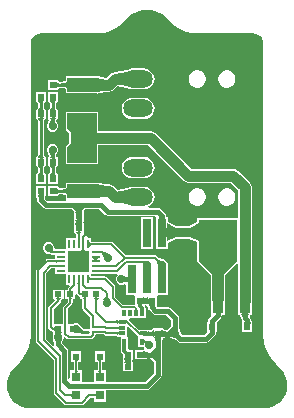
<source format=gbr>
%TF.GenerationSoftware,Altium Limited,Altium Designer,22.4.2 (48)*%
G04 Layer_Physical_Order=1*
G04 Layer_Color=6711008*
%FSLAX45Y45*%
%MOMM*%
%TF.SameCoordinates,536C032F-4EC3-470D-9469-351792C50264*%
%TF.FilePolarity,Positive*%
%TF.FileFunction,Copper,L1,Top,Signal*%
%TF.Part,Single*%
G01*
G75*
%TA.AperFunction,SMDPad,CuDef*%
%ADD10R,0.60000X0.60000*%
%ADD11R,3.25000X2.15000*%
%ADD12R,0.95000X2.15000*%
%ADD13R,0.60000X0.60000*%
%ADD14R,0.60000X0.55000*%
%ADD15C,0.23000*%
%ADD16R,0.35560X0.58420*%
%ADD17R,0.58420X0.35560*%
%ADD18R,0.76000X2.40000*%
%ADD19R,2.50000X1.20000*%
%ADD20R,0.80000X0.20000*%
%ADD21R,1.70000X1.70000*%
%ADD22R,0.20000X0.80000*%
%ADD23R,0.80000X0.80000*%
%ADD24R,0.55000X0.60000*%
%TA.AperFunction,Conductor*%
%ADD25C,0.12700*%
%ADD26C,0.20320*%
%ADD27C,0.25400*%
%ADD28C,0.88900*%
%ADD29C,0.38100*%
%ADD30C,0.76200*%
%ADD31C,0.30480*%
%TA.AperFunction,ComponentPad*%
G04:AMPARAMS|DCode=32|XSize=2.5mm|YSize=1.5mm|CornerRadius=0.75mm|HoleSize=0mm|Usage=FLASHONLY|Rotation=0.000|XOffset=0mm|YOffset=0mm|HoleType=Round|Shape=RoundedRectangle|*
%AMROUNDEDRECTD32*
21,1,2.50000,0.00000,0,0,0.0*
21,1,1.00000,1.50000,0,0,0.0*
1,1,1.50000,0.50000,0.00000*
1,1,1.50000,-0.50000,0.00000*
1,1,1.50000,-0.50000,0.00000*
1,1,1.50000,0.50000,0.00000*
%
%ADD32ROUNDEDRECTD32*%
G04:AMPARAMS|DCode=33|XSize=2.5mm|YSize=1.5mm|CornerRadius=0.75mm|HoleSize=0mm|Usage=FLASHONLY|Rotation=270.000|XOffset=0mm|YOffset=0mm|HoleType=Round|Shape=RoundedRectangle|*
%AMROUNDEDRECTD33*
21,1,2.50000,0.00000,0,0,270.0*
21,1,1.00000,1.50000,0,0,270.0*
1,1,1.50000,0.00000,-0.50000*
1,1,1.50000,0.00000,0.50000*
1,1,1.50000,0.00000,0.50000*
1,1,1.50000,0.00000,-0.50000*
%
%ADD33ROUNDEDRECTD33*%
%TA.AperFunction,ViaPad*%
%ADD34C,3.70000*%
%ADD35C,0.70000*%
G36*
X0Y185713D02*
X1786Y186452D01*
X44490Y182246D01*
X87271Y169269D01*
X126697Y148195D01*
X159868Y120973D01*
X160608Y119187D01*
X200095Y79700D01*
X200389Y79578D01*
X238442Y47077D01*
X281363Y20776D01*
X327869Y1512D01*
X376817Y-10239D01*
X426706Y-14166D01*
X427000Y-14288D01*
X900000D01*
X901018Y-13866D01*
X922328Y-16671D01*
X943134Y-25290D01*
X961001Y-38999D01*
X974710Y-56866D01*
X983328Y-77672D01*
X984617Y-87457D01*
X985712Y-100000D01*
X985712Y-100000D01*
X985713Y-112680D01*
Y-2448736D01*
Y-2573000D01*
X985834Y-2573295D01*
X989761Y-2623183D01*
X1001512Y-2672131D01*
X1020776Y-2718637D01*
X1047077Y-2761558D01*
X1079578Y-2799611D01*
X1079700Y-2799905D01*
X1089897Y-2810102D01*
X1089897Y-2810103D01*
X1119186Y-2839392D01*
X1120973Y-2840132D01*
X1148195Y-2873302D01*
X1169269Y-2912729D01*
X1182246Y-2955510D01*
X1186452Y-2998214D01*
X1185712Y-3000000D01*
X1186290Y-3001395D01*
X1182845Y-3036370D01*
X1172237Y-3071343D01*
X1155009Y-3103574D01*
X1131824Y-3131824D01*
X1103574Y-3155009D01*
X1071343Y-3172237D01*
X1036370Y-3182846D01*
X1001395Y-3186290D01*
X1000000Y-3185712D01*
X-1000000D01*
X-1001396Y-3186290D01*
X-1036371Y-3182846D01*
X-1071343Y-3172237D01*
X-1103574Y-3155009D01*
X-1131825Y-3131824D01*
X-1155009Y-3103574D01*
X-1172237Y-3071343D01*
X-1182846Y-3036370D01*
X-1185196Y-3012510D01*
X-1185712Y-3000000D01*
X-1185712D01*
X-1185390Y-2987433D01*
X-1182246Y-2955509D01*
X-1169269Y-2912729D01*
X-1148195Y-2873302D01*
X-1120973Y-2840132D01*
X-1119186Y-2839392D01*
X-1089897Y-2810103D01*
X-1079700Y-2799905D01*
X-1079700Y-2799905D01*
X-1079700Y-2799905D01*
X-1079578Y-2799611D01*
X-1047077Y-2761558D01*
X-1020776Y-2718637D01*
X-1001512Y-2672131D01*
X-989761Y-2623183D01*
X-985834Y-2573294D01*
X-985713Y-2573000D01*
Y-2448736D01*
Y-100000D01*
X-986134Y-98982D01*
X-983329Y-77672D01*
X-974711Y-56866D01*
X-961001Y-38999D01*
X-943134Y-25290D01*
X-922328Y-16671D01*
X-901018Y-13866D01*
X-900000Y-14288D01*
X-427000D01*
X-426706Y-14166D01*
X-376817Y-10239D01*
X-327870Y1512D01*
X-281363Y20776D01*
X-238442Y47077D01*
X-200389Y79578D01*
X-200095Y79700D01*
X-160608Y119186D01*
X-159868Y120973D01*
X-126698Y148195D01*
X-87271Y169269D01*
X-44490Y182246D01*
X-1786Y186452D01*
X0Y185713D01*
D02*
G37*
%LPC*%
G36*
X-25000Y-311543D02*
X-125000D01*
X-147895Y-314557D01*
X-169229Y-323394D01*
X-170368Y-324269D01*
X-274754Y-341730D01*
X-275040D01*
X-297338Y-346166D01*
X-316242Y-358797D01*
X-347198Y-389752D01*
X-412299Y-378588D01*
Y-377300D01*
X-422981Y-376756D01*
X-424174Y-377027D01*
X-425304Y-376559D01*
X-427095Y-377300D01*
X-687700D01*
Y-415736D01*
X-698929Y-421351D01*
X-727046Y-423600D01*
X-728034Y-424105D01*
X-740574D01*
X-757291Y-415846D01*
Y-407303D01*
X-842690D01*
Y-492703D01*
X-757291D01*
Y-484160D01*
X-740574Y-475900D01*
X-728034D01*
X-727046Y-476405D01*
X-698929Y-478655D01*
X-687700Y-484269D01*
Y-522700D01*
X-427095D01*
X-425304Y-523442D01*
X-424174Y-522974D01*
X-422981Y-523245D01*
X-412299Y-522701D01*
Y-521412D01*
X-335662Y-508270D01*
X-325040D01*
X-302741Y-503834D01*
X-283837Y-491203D01*
X-254321Y-461687D01*
X-170368Y-475731D01*
X-169229Y-476606D01*
X-147895Y-485443D01*
X-125000Y-488456D01*
X-25000D01*
X-2106Y-485443D01*
X19228Y-476606D01*
X37548Y-462548D01*
X51606Y-444228D01*
X60443Y-422894D01*
X63457Y-400000D01*
X60443Y-377106D01*
X51606Y-355772D01*
X37548Y-337452D01*
X19228Y-323394D01*
X-2106Y-314557D01*
X-25000Y-311543D01*
D02*
G37*
G36*
X684571Y-327300D02*
X665429D01*
X646939Y-332254D01*
X630361Y-341826D01*
X616826Y-355361D01*
X607254Y-371939D01*
X602300Y-390429D01*
Y-409571D01*
X607254Y-428061D01*
X616826Y-444639D01*
X630361Y-458174D01*
X646939Y-467746D01*
X665429Y-472700D01*
X684571D01*
X703061Y-467746D01*
X719639Y-458174D01*
X733174Y-444639D01*
X742746Y-428061D01*
X747700Y-409571D01*
Y-390429D01*
X742746Y-371939D01*
X733174Y-355361D01*
X719639Y-341826D01*
X703061Y-332254D01*
X684571Y-327300D01*
D02*
G37*
G36*
X434571D02*
X415429D01*
X396939Y-332254D01*
X380361Y-341826D01*
X366826Y-355361D01*
X357254Y-371939D01*
X352300Y-390429D01*
Y-409571D01*
X357254Y-428061D01*
X366826Y-444639D01*
X380361Y-458174D01*
X396939Y-467746D01*
X415429Y-472700D01*
X434571D01*
X453061Y-467746D01*
X469639Y-458174D01*
X483174Y-444639D01*
X492746Y-428061D01*
X497700Y-409571D01*
Y-390429D01*
X492746Y-371939D01*
X483174Y-355361D01*
X469639Y-341826D01*
X453061Y-332254D01*
X434571Y-327300D01*
D02*
G37*
G36*
X-25000Y-561543D02*
X-125000D01*
X-147895Y-564557D01*
X-169229Y-573394D01*
X-187549Y-587452D01*
X-201606Y-605772D01*
X-210443Y-627106D01*
X-213457Y-650000D01*
X-210443Y-672894D01*
X-201606Y-694228D01*
X-187549Y-712548D01*
X-169229Y-726606D01*
X-147895Y-735443D01*
X-125000Y-738456D01*
X-25000D01*
X-2106Y-735443D01*
X19228Y-726606D01*
X37548Y-712548D01*
X51606Y-694228D01*
X60443Y-672894D01*
X63457Y-650000D01*
X60443Y-627106D01*
X51606Y-605772D01*
X37548Y-587452D01*
X19228Y-573394D01*
X-2106Y-564557D01*
X-25000Y-561543D01*
D02*
G37*
G36*
X-757291Y-507310D02*
X-842690D01*
Y-592710D01*
X-834157D01*
X-825898Y-609426D01*
Y-643084D01*
X-834157Y-659800D01*
X-842700D01*
Y-740200D01*
X-836417D01*
X-830162Y-751245D01*
X-840282Y-772824D01*
X-840438Y-772980D01*
X-847700Y-790512D01*
Y-809488D01*
X-840438Y-827020D01*
X-827020Y-840438D01*
X-809488Y-847700D01*
X-790512D01*
X-772980Y-840438D01*
X-759562Y-827020D01*
X-752300Y-809488D01*
Y-790512D01*
X-759562Y-772980D01*
X-759718Y-772824D01*
X-769838Y-751245D01*
X-763583Y-740200D01*
X-757300D01*
Y-659800D01*
X-765843D01*
X-774102Y-643084D01*
Y-609426D01*
X-765843Y-592710D01*
X-757291D01*
Y-507310D01*
D02*
G37*
G36*
X-25000Y-1061543D02*
X-125000D01*
X-147895Y-1064557D01*
X-169229Y-1073394D01*
X-187549Y-1087452D01*
X-201606Y-1105772D01*
X-210443Y-1127106D01*
X-213457Y-1150000D01*
X-210443Y-1172894D01*
X-201606Y-1194228D01*
X-187549Y-1212548D01*
X-169229Y-1226606D01*
X-147895Y-1235443D01*
X-125000Y-1238457D01*
X-25000D01*
X-2106Y-1235443D01*
X19228Y-1226606D01*
X37548Y-1212548D01*
X51606Y-1194228D01*
X60443Y-1172894D01*
X63457Y-1150000D01*
X60443Y-1127106D01*
X51606Y-1105772D01*
X37548Y-1087452D01*
X19228Y-1073394D01*
X-2106Y-1064557D01*
X-25000Y-1061543D01*
D02*
G37*
G36*
X-790512Y-952300D02*
X-809488D01*
X-827020Y-959562D01*
X-840438Y-972980D01*
X-847700Y-990512D01*
Y-1009488D01*
X-840438Y-1027020D01*
X-840282Y-1027176D01*
X-830162Y-1048755D01*
X-836416Y-1059800D01*
X-842700D01*
Y-1140200D01*
X-834157D01*
X-825898Y-1156917D01*
Y-1190574D01*
X-834157Y-1207290D01*
X-842709D01*
Y-1292690D01*
X-757309D01*
Y-1207290D01*
X-765843D01*
X-774103Y-1190574D01*
Y-1156917D01*
X-765843Y-1140200D01*
X-757300D01*
Y-1059800D01*
X-763583D01*
X-769838Y-1048755D01*
X-759718Y-1027176D01*
X-759562Y-1027020D01*
X-752300Y-1009488D01*
Y-990512D01*
X-759562Y-972980D01*
X-772980Y-959562D01*
X-790512Y-952300D01*
D02*
G37*
G36*
X-900000Y-506535D02*
X-903844Y-507300D01*
X-940200D01*
Y-592700D01*
X-934267D01*
X-925898Y-609438D01*
Y-643084D01*
X-934157Y-659800D01*
X-942700D01*
Y-740200D01*
X-934157D01*
X-925897Y-756917D01*
Y-1043084D01*
X-934157Y-1059800D01*
X-942700D01*
Y-1140200D01*
X-934157D01*
X-925898Y-1156917D01*
Y-1190583D01*
X-934157Y-1207300D01*
X-940200D01*
Y-1292700D01*
X-859800D01*
Y-1207300D01*
X-865843D01*
X-874102Y-1190583D01*
Y-1156917D01*
X-865843Y-1140200D01*
X-857300D01*
Y-1059800D01*
X-865843D01*
X-874102Y-1043084D01*
Y-756917D01*
X-865843Y-740200D01*
X-857300D01*
Y-659800D01*
X-865843D01*
X-874102Y-643084D01*
Y-609438D01*
X-865733Y-592700D01*
X-859800D01*
Y-507300D01*
X-896156D01*
X-900000Y-506535D01*
D02*
G37*
G36*
X684571Y-1327300D02*
X665429D01*
X646939Y-1332254D01*
X630361Y-1341826D01*
X616826Y-1355361D01*
X607254Y-1371939D01*
X602300Y-1390429D01*
Y-1409571D01*
X607254Y-1428061D01*
X616826Y-1444639D01*
X630361Y-1458174D01*
X646939Y-1467746D01*
X665429Y-1472700D01*
X684571D01*
X703061Y-1467746D01*
X719639Y-1458174D01*
X733174Y-1444639D01*
X742746Y-1428061D01*
X747700Y-1409571D01*
Y-1390429D01*
X742746Y-1371939D01*
X733174Y-1355361D01*
X719639Y-1341826D01*
X703061Y-1332254D01*
X684571Y-1327300D01*
D02*
G37*
G36*
X434571D02*
X415429D01*
X396939Y-1332254D01*
X380361Y-1341826D01*
X366826Y-1355361D01*
X357254Y-1371939D01*
X352300Y-1390429D01*
Y-1409571D01*
X357254Y-1428061D01*
X366826Y-1444639D01*
X380361Y-1458174D01*
X396939Y-1467746D01*
X415429Y-1472700D01*
X434571D01*
X453061Y-1467746D01*
X469639Y-1458174D01*
X483174Y-1444639D01*
X492746Y-1428061D01*
X497700Y-1409571D01*
Y-1390429D01*
X492746Y-1371939D01*
X483174Y-1355361D01*
X469639Y-1341826D01*
X453061Y-1332254D01*
X434571Y-1327300D01*
D02*
G37*
G36*
X-425000Y-676253D02*
X-675000D01*
X-677527Y-677300D01*
X-687700D01*
Y-687473D01*
X-688747Y-690000D01*
Y-825000D01*
X-684721Y-834720D01*
X-684720Y-834720D01*
X-660599Y-858842D01*
Y-941158D01*
X-684720Y-965279D01*
X-688746Y-975000D01*
X-688746Y-975000D01*
Y-1110000D01*
X-687700Y-1112527D01*
Y-1122700D01*
X-677527D01*
X-675000Y-1123747D01*
X-425000D01*
X-422473Y-1122700D01*
X-412300D01*
Y-1112527D01*
X-411253Y-1110000D01*
X-411253Y-958270D01*
X6546D01*
X308589Y-1260313D01*
X327493Y-1272944D01*
X349792Y-1277380D01*
X707000D01*
X771730Y-1342110D01*
Y-1579800D01*
X424800D01*
Y-1615071D01*
X358268Y-1648205D01*
X244243D01*
X177700Y-1614933D01*
Y-1572300D01*
X163441D01*
X159374Y-1556283D01*
X158454Y-1555051D01*
X156908Y-1547278D01*
X149890Y-1536776D01*
X115221Y-1502106D01*
X104719Y-1495089D01*
X92331Y-1492625D01*
X13741D01*
X11215Y-1479925D01*
X19228Y-1476606D01*
X37548Y-1462548D01*
X51606Y-1444228D01*
X60443Y-1422894D01*
X63457Y-1400000D01*
X60443Y-1377106D01*
X51606Y-1355772D01*
X37548Y-1337452D01*
X19228Y-1323394D01*
X-2106Y-1314557D01*
X-25000Y-1311543D01*
X-125000D01*
X-147895Y-1314557D01*
X-169229Y-1323394D01*
X-170368Y-1324269D01*
X-254321Y-1338313D01*
X-283837Y-1308797D01*
X-302741Y-1296166D01*
X-325040Y-1291730D01*
X-335662D01*
X-412300Y-1278588D01*
Y-1277299D01*
X-422982Y-1276755D01*
X-424175Y-1277026D01*
X-425305Y-1276558D01*
X-427096Y-1277300D01*
X-687700D01*
Y-1315840D01*
X-698825Y-1321337D01*
X-727046Y-1323595D01*
X-728034Y-1324100D01*
X-740593D01*
X-757309Y-1315840D01*
Y-1307297D01*
X-842709D01*
Y-1392697D01*
X-757309D01*
Y-1384154D01*
X-740593Y-1375895D01*
X-728034D01*
X-727046Y-1376400D01*
X-698825Y-1378658D01*
X-687700Y-1384154D01*
Y-1420232D01*
X-687700Y-1422700D01*
X-693658Y-1432932D01*
X-846128D01*
X-865902Y-1413158D01*
X-861528Y-1392700D01*
X-859800D01*
X-859362Y-1382569D01*
X-859635Y-1381087D01*
X-859059Y-1379695D01*
X-859800Y-1377904D01*
Y-1307300D01*
X-940200D01*
Y-1377904D01*
X-940942Y-1379695D01*
X-940365Y-1381087D01*
X-940639Y-1382569D01*
X-940201Y-1392700D01*
X-938472D01*
X-932493Y-1420669D01*
X-932372Y-1420844D01*
Y-1424840D01*
X-929908Y-1437229D01*
X-922891Y-1447731D01*
X-882427Y-1488194D01*
X-871925Y-1495212D01*
X-859537Y-1497676D01*
X-642466D01*
X-628724Y-1511418D01*
X-621898Y-1521291D01*
X-622132Y-1530597D01*
X-621901Y-1532513D01*
X-622639Y-1534296D01*
X-621897Y-1536087D01*
Y-1591895D01*
X-622639Y-1593686D01*
X-621901Y-1595469D01*
X-622132Y-1597385D01*
X-621898Y-1606691D01*
X-619601Y-1614791D01*
X-621898Y-1622891D01*
X-622132Y-1632197D01*
X-621901Y-1634113D01*
X-622639Y-1635896D01*
X-621897Y-1637687D01*
Y-1708291D01*
X-609087D01*
X-603308Y-1720023D01*
Y-1747301D01*
X-682700D01*
Y-1842301D01*
X-721944D01*
X-725000Y-1841693D01*
X-782571D01*
X-786042Y-1824232D01*
X-786546Y-1823477D01*
Y-1821833D01*
X-793807Y-1804302D01*
X-807226Y-1790883D01*
X-824757Y-1783622D01*
X-843734D01*
X-861265Y-1790883D01*
X-874684Y-1804302D01*
X-881945Y-1821833D01*
Y-1840810D01*
X-874684Y-1858341D01*
X-861265Y-1871760D01*
X-843734Y-1879021D01*
X-842090D01*
X-841335Y-1879525D01*
X-810932Y-1885568D01*
X-809486Y-1886534D01*
X-800566Y-1888309D01*
X-777700D01*
Y-1924516D01*
X-780896Y-1925358D01*
X-781186Y-1925578D01*
X-845001D01*
X-852434Y-1927056D01*
X-858735Y-1931266D01*
X-935404Y-2007935D01*
X-939614Y-2014236D01*
X-941092Y-2021669D01*
Y-2620691D01*
X-939614Y-2628125D01*
X-935404Y-2634426D01*
X-791356Y-2778473D01*
Y-3055441D01*
X-789878Y-3062874D01*
X-785667Y-3069176D01*
X-699277Y-3155566D01*
X-692976Y-3159777D01*
X-685543Y-3161255D01*
X-550315D01*
X-542882Y-3159777D01*
X-536581Y-3155566D01*
X-480438Y-3099423D01*
X-452700D01*
Y-3132700D01*
X-347300D01*
Y-3032372D01*
X-2100D01*
X10289Y-3029908D01*
X20791Y-3022891D01*
X113481Y-2930201D01*
X120498Y-2919699D01*
X122962Y-2907310D01*
Y-2736931D01*
X123120Y-2736696D01*
X122962Y-2735900D01*
Y-2732101D01*
X123120Y-2731304D01*
X122962Y-2731069D01*
Y-2626596D01*
X130925Y-2598097D01*
X133290D01*
Y-2595732D01*
X161789Y-2587770D01*
X186676D01*
X248713Y-2613466D01*
X258137Y-2622890D01*
X268639Y-2629908D01*
X281028Y-2632372D01*
X500000D01*
X512388Y-2629908D01*
X522890Y-2622890D01*
X572888Y-2572893D01*
X579905Y-2562391D01*
X581814Y-2552793D01*
X582769Y-2550834D01*
X583261Y-2542709D01*
X592697D01*
Y-2457310D01*
X592698Y-2457310D01*
X592698D01*
X598610Y-2447171D01*
X622891Y-2422891D01*
X629908Y-2412388D01*
X632332Y-2400200D01*
X660200D01*
Y-2282527D01*
X661246Y-2280000D01*
Y-2058195D01*
X759997Y-1959444D01*
X771730Y-1964304D01*
Y-2086063D01*
X769065Y-2172380D01*
X769146Y-2172594D01*
X769058Y-2172805D01*
X769800Y-2174595D01*
Y-2400200D01*
X784853D01*
X798509Y-2429255D01*
X798853Y-2429569D01*
X800092Y-2435797D01*
X806266Y-2445037D01*
X807297Y-2457310D01*
X807297Y-2457310D01*
X807297Y-2457310D01*
Y-2542709D01*
X892697D01*
Y-2457310D01*
X887371D01*
X882254Y-2439591D01*
X881397Y-2438518D01*
X879905Y-2431017D01*
X872888Y-2420515D01*
X867929Y-2415557D01*
X875147Y-2400200D01*
X890200D01*
Y-2174595D01*
X890942Y-2172805D01*
X890854Y-2172594D01*
X890935Y-2172380D01*
X888270Y-2086063D01*
Y-1317974D01*
X883834Y-1295676D01*
X871203Y-1276771D01*
X772339Y-1177907D01*
X753435Y-1165276D01*
X731136Y-1160841D01*
X373928D01*
X71885Y-858797D01*
X52981Y-846166D01*
X30682Y-841730D01*
X-411253D01*
X-411254Y-690000D01*
X-412300Y-687473D01*
Y-677300D01*
X-422473D01*
X-425000Y-676253D01*
D02*
G37*
%LPD*%
G36*
X-166699Y-462407D02*
X-274050Y-444450D01*
Y-355550D01*
X-166699Y-337593D01*
Y-462407D01*
D02*
G37*
G36*
X-674695Y-433203D02*
X-587563Y-426232D01*
Y-473773D01*
X-674695Y-466803D01*
Y-475403D01*
X-695171Y-465165D01*
X-725950Y-462703D01*
Y-437303D01*
X-695171Y-434840D01*
X-674695Y-424603D01*
Y-433203D01*
D02*
G37*
G36*
X-744895Y-437303D02*
Y-462703D01*
X-770600Y-475403D01*
Y-424603D01*
X-744895Y-437303D01*
D02*
G37*
G36*
X-336404Y-405550D02*
Y-494450D01*
X-425304Y-509695D01*
Y-390305D01*
X-336404Y-405550D01*
D02*
G37*
G36*
X-787300Y-605105D02*
X-812700D01*
X-825400Y-579400D01*
X-774600D01*
X-787300Y-605105D01*
D02*
G37*
G36*
X-774600Y-673110D02*
X-825400D01*
X-812700Y-647405D01*
X-787300D01*
X-774600Y-673110D01*
D02*
G37*
G36*
X-785806Y-749571D02*
X-772013Y-778982D01*
X-827987D01*
X-814194Y-749571D01*
X-825400Y-726890D01*
X-774600D01*
X-785806Y-749571D01*
D02*
G37*
G36*
Y-1050429D02*
X-774600Y-1073110D01*
X-825400D01*
X-814194Y-1050429D01*
X-827987Y-1021018D01*
X-772013D01*
X-785806Y-1050429D01*
D02*
G37*
G36*
X-787300Y-1152595D02*
X-812700D01*
X-825400Y-1126890D01*
X-774600D01*
X-787300Y-1152595D01*
D02*
G37*
G36*
X-774600Y-1220600D02*
X-825400D01*
X-812700Y-1194895D01*
X-787300D01*
X-774600Y-1220600D01*
D02*
G37*
G36*
X-887300Y-605095D02*
X-912700D01*
X-925400Y-579695D01*
X-874600D01*
X-887300Y-605095D01*
D02*
G37*
G36*
X-874600Y-673110D02*
X-925400D01*
X-912700Y-647405D01*
X-887300D01*
X-874600Y-673110D01*
D02*
G37*
G36*
X-887300Y-752595D02*
X-912700D01*
X-925400Y-726890D01*
X-874600D01*
X-887300Y-752595D01*
D02*
G37*
G36*
X-874600Y-1073110D02*
X-925400D01*
X-912700Y-1047405D01*
X-887300D01*
X-874600Y-1073110D01*
D02*
G37*
G36*
X-887300Y-1152595D02*
X-912700D01*
X-925400Y-1126890D01*
X-874600D01*
X-887300Y-1152595D01*
D02*
G37*
G36*
X-874600Y-1220610D02*
X-925400D01*
X-912700Y-1194905D01*
X-887300D01*
X-874600Y-1220610D01*
D02*
G37*
G36*
X-425000Y-1110000D02*
X-675000D01*
Y-975000D01*
X-646852Y-946852D01*
Y-853148D01*
X-675000Y-825000D01*
Y-690000D01*
X-425000D01*
X-425000Y-1110000D01*
D02*
G37*
G36*
X-674391Y-1333173D02*
X-587563Y-1326227D01*
Y-1373768D01*
X-674391Y-1366822D01*
Y-1375397D01*
X-695100Y-1365165D01*
X-725950Y-1362697D01*
Y-1337297D01*
X-695100Y-1334829D01*
X-674391Y-1324597D01*
Y-1333173D01*
D02*
G37*
G36*
X-744914Y-1337297D02*
Y-1362697D01*
X-770619Y-1375397D01*
Y-1324597D01*
X-744914Y-1337297D01*
D02*
G37*
G36*
X-336405Y-1305550D02*
Y-1394450D01*
X-425305Y-1409695D01*
Y-1290305D01*
X-336405Y-1305550D01*
D02*
G37*
G36*
X-880950Y-1417795D02*
X-919050D01*
X-927195Y-1379695D01*
X-872805D01*
X-880950Y-1417795D01*
D02*
G37*
G36*
X-166699Y-1462407D02*
X-274050Y-1444450D01*
Y-1355550D01*
X-166699Y-1337593D01*
Y-1462407D01*
D02*
G37*
G36*
X-522047Y-1484354D02*
X-554413Y-1516720D01*
X-549502Y-1534296D01*
X-608893D01*
X-603982Y-1516720D01*
X-636347Y-1484354D01*
X-579197Y-1446254D01*
X-522047Y-1484354D01*
D02*
G37*
G36*
X-555399Y-1614791D02*
X-549502Y-1635896D01*
X-608893D01*
X-602996Y-1614791D01*
X-608893Y-1593686D01*
X-549502D01*
X-555399Y-1614791D01*
D02*
G37*
G36*
X152639Y-1585609D02*
X146705D01*
X148932Y-1673846D01*
X105068D01*
X107295Y-1585609D01*
X101361D01*
X107950Y-1559666D01*
X146050D01*
X152639Y-1585609D01*
D02*
G37*
G36*
X-569840Y-1715606D02*
X-590160D01*
X-600320Y-1694981D01*
X-559680D01*
X-569840Y-1715606D01*
D02*
G37*
G36*
X240895Y-1661900D02*
Y-1738100D01*
X164695Y-1776200D01*
Y-1623800D01*
X240895Y-1661900D01*
D02*
G37*
G36*
X-469985Y-1789840D02*
Y-1810160D01*
X-490610Y-1820320D01*
Y-1779680D01*
X-469985Y-1789840D01*
D02*
G37*
G36*
X-793382Y-1857817D02*
X-807750Y-1872185D01*
X-838656Y-1866042D01*
X-799524Y-1826911D01*
X-793382Y-1857817D01*
D02*
G37*
G36*
X-327029Y-1877597D02*
X-366609Y-1917177D01*
X-377674Y-1880900D01*
X-363306Y-1866532D01*
X-327029Y-1877597D01*
D02*
G37*
G36*
X-419907Y-1925000D02*
X-414680Y-1935610D01*
X-455320D01*
X-450094Y-1925000D01*
X-455320Y-1914390D01*
X-414680D01*
X-419907Y-1925000D01*
D02*
G37*
G36*
X-764695Y-1954696D02*
X-777395Y-1951351D01*
Y-1938651D01*
X-764695Y-1935306D01*
Y-1954696D01*
D02*
G37*
G36*
X-14429Y-1943112D02*
X-31887Y-1960571D01*
X-35425Y-1953944D01*
X-21056Y-1939575D01*
X-14429Y-1943112D01*
D02*
G37*
G36*
X131928Y-1940349D02*
X92349Y-1979928D01*
X81284Y-1943652D01*
X95652Y-1929284D01*
X131928Y-1940349D01*
D02*
G37*
G36*
X-764695Y-1994696D02*
X-777395Y-1991351D01*
Y-1978651D01*
X-764695Y-1975305D01*
Y-1994696D01*
D02*
G37*
G36*
X137160Y-2029493D02*
X116840D01*
X99013Y-1996018D01*
X154987D01*
X137160Y-2029493D01*
D02*
G37*
G36*
X-523577Y-1852700D02*
X-487700D01*
Y-1887701D01*
Y-1927700D01*
Y-1967700D01*
Y-2007701D01*
Y-2037300D01*
X-522701D01*
Y-2037301D01*
X-557300D01*
Y-2037300D01*
X-602700D01*
Y-2037300D01*
X-672300D01*
Y-2007701D01*
Y-1967701D01*
X-672300D01*
Y-1922301D01*
X-672300D01*
Y-1887701D01*
Y-1852700D01*
X-556424D01*
X-550160Y-1839985D01*
X-529840D01*
X-523577Y-1852700D01*
D02*
G37*
G36*
X-477605Y-2083650D02*
Y-2096350D01*
X-490610Y-2102700D01*
Y-2077300D01*
X-477605Y-2083650D01*
D02*
G37*
G36*
X-173315Y-2078990D02*
X-164695Y-2074680D01*
Y-2083581D01*
X-162330Y-2084840D01*
Y-2105160D01*
X-164695Y-2106419D01*
Y-2115320D01*
X-173315Y-2111010D01*
X-195806Y-2122987D01*
Y-2067013D01*
X-173315Y-2078990D01*
D02*
G37*
G36*
X-573650Y-2142395D02*
X-586350D01*
X-589695Y-2129695D01*
X-570305D01*
X-573650Y-2142395D01*
D02*
G37*
G36*
X-613650Y-2142396D02*
X-626350D01*
X-629695Y-2129696D01*
X-610305D01*
X-613650Y-2142396D01*
D02*
G37*
G36*
X-533650Y-2142396D02*
X-546350D01*
X-549695Y-2129696D01*
X-530305D01*
X-533650Y-2142396D01*
D02*
G37*
G36*
X877195Y-2172805D02*
X782805D01*
X785550Y-2083905D01*
X874450D01*
X877195Y-2172805D01*
D02*
G37*
G36*
X-637300Y-2197510D02*
X-662700D01*
X-656350Y-2184505D01*
X-643650D01*
X-637300Y-2197510D01*
D02*
G37*
G36*
X-557790Y-2232545D02*
X-566240Y-2230750D01*
Y-2218050D01*
X-557790Y-2216255D01*
Y-2232545D01*
D02*
G37*
G36*
X10908Y-2306486D02*
X-10986Y-2300380D01*
X-32908Y-2306505D01*
Y-2247114D01*
X-11014Y-2253231D01*
X10908Y-2247096D01*
Y-2306486D01*
D02*
G37*
G36*
X-522050Y-2264295D02*
X-534750D01*
X-541100Y-2251291D01*
X-515700D01*
X-522050Y-2264295D01*
D02*
G37*
G36*
X-643650D02*
X-656350D01*
X-662700Y-2251291D01*
X-637300D01*
X-643650Y-2264295D01*
D02*
G37*
G36*
X-418240Y-2271915D02*
X-438560D01*
X-448720Y-2251291D01*
X-408080D01*
X-418240Y-2271915D01*
D02*
G37*
G36*
X-739840D02*
X-760160D01*
X-770320Y-2251291D01*
X-729680D01*
X-739840Y-2271915D01*
D02*
G37*
G36*
X-314955Y-2272791D02*
X-370929D01*
X-349292Y-2238389D01*
X-336592D01*
X-314955Y-2272791D01*
D02*
G37*
G36*
X438109Y-1700000D02*
X762500D01*
Y-1937500D01*
X647500Y-2052501D01*
Y-2280000D01*
X552500D01*
Y-2052500D01*
X437500Y-1937500D01*
Y-1775896D01*
X361605Y-1738100D01*
Y-1661900D01*
X438109Y-1623800D01*
Y-1700000D01*
D02*
G37*
G36*
X-435000Y-2048308D02*
X-255550D01*
X-252832Y-2051732D01*
X-249656Y-2060375D01*
X-257261Y-2067980D01*
X-264523Y-2085512D01*
Y-2104488D01*
X-257261Y-2122020D01*
X-243843Y-2135438D01*
X-226311Y-2142700D01*
X-207335D01*
X-189804Y-2135438D01*
X-186553Y-2135940D01*
X-177700Y-2141256D01*
Y-2227700D01*
X-115348D01*
X-105303Y-2234110D01*
Y-2308624D01*
X-107021Y-2310034D01*
X-200789D01*
X-268283Y-2242540D01*
Y-2161950D01*
X-269762Y-2154517D01*
X-273972Y-2148216D01*
X-345922Y-2076266D01*
X-352223Y-2072056D01*
X-359656Y-2070577D01*
X-473049D01*
X-477301Y-2068502D01*
Y-2047701D01*
X-438056D01*
X-435000Y-2048308D01*
D02*
G37*
G36*
X-47363Y-2323283D02*
X-77843D01*
X-79381Y-2306200D01*
X-45824D01*
X-47363Y-2323283D01*
D02*
G37*
G36*
X59653Y-2333332D02*
X21553D01*
X13757Y-2306181D01*
X67448D01*
X59653Y-2333332D01*
D02*
G37*
G36*
X-81421Y-2355362D02*
X-105226D01*
X-99674Y-2343155D01*
X-86974D01*
X-81421Y-2355362D01*
D02*
G37*
G36*
X-355035Y-1547887D02*
X-344533Y-1554905D01*
X-332144Y-1557369D01*
X68409D01*
X77152Y-1570069D01*
X76300Y-1572300D01*
X76300D01*
Y-1699494D01*
X75205Y-1705000D01*
X76300Y-1710506D01*
Y-1837700D01*
X177700D01*
Y-1785067D01*
X244243Y-1751795D01*
X358268D01*
X423753Y-1784407D01*
Y-1937500D01*
X427779Y-1947220D01*
X427780Y-1947220D01*
X538753Y-2058194D01*
Y-2280000D01*
X539800Y-2282527D01*
Y-2400200D01*
X539799D01*
X543964Y-2410255D01*
X527107Y-2427112D01*
X520089Y-2437614D01*
X518182Y-2447204D01*
X517227Y-2449163D01*
X516728Y-2457310D01*
X507297D01*
Y-2542709D01*
X507297Y-2542709D01*
X507297D01*
X501376Y-2552842D01*
X486591Y-2567628D01*
X294470D01*
X268797Y-2505648D01*
Y-2423306D01*
X266333Y-2410917D01*
X259316Y-2400415D01*
X198121Y-2339220D01*
X187619Y-2332203D01*
X175230Y-2329739D01*
X89222D01*
X83303Y-2319490D01*
Y-2237500D01*
X83303Y-2234091D01*
X93356Y-2227700D01*
X177700D01*
Y-1962300D01*
X173369D01*
X167438Y-1947980D01*
X154020Y-1934562D01*
X136488Y-1927300D01*
X136060D01*
X135939Y-1927200D01*
X101727Y-1916765D01*
X82220Y-1897258D01*
X74659Y-1892206D01*
X65739Y-1890432D01*
X-179871D01*
X-286784Y-1783519D01*
X-294345Y-1778467D01*
X-303265Y-1776693D01*
X-465567D01*
X-477300Y-1770913D01*
Y-1747301D01*
X-496968D01*
X-536498Y-1707771D01*
Y-1695591D01*
Y-1637687D01*
Y-1622891D01*
X-536497D01*
X-538794Y-1614791D01*
X-536497Y-1606691D01*
X-536263Y-1597385D01*
X-536494Y-1595469D01*
X-535756Y-1593686D01*
X-536498Y-1591895D01*
Y-1536087D01*
X-535756Y-1534296D01*
X-536494Y-1532513D01*
X-536263Y-1530597D01*
X-536497Y-1521291D01*
X-529671Y-1511418D01*
X-515929Y-1497676D01*
X-405246D01*
X-355035Y-1547887D01*
D02*
G37*
G36*
X852697Y-2386890D02*
X866213D01*
X849050Y-2423408D01*
X810950D01*
X793787Y-2386890D01*
X807303D01*
X799894Y-2312702D01*
X860106D01*
X852697Y-2386890D01*
D02*
G37*
G36*
X-2097Y-2319491D02*
X5964Y-2328852D01*
X8340Y-2337125D01*
X9200Y-2338206D01*
X10695Y-2345720D01*
X17712Y-2356222D01*
X46491Y-2385001D01*
X56994Y-2392019D01*
X69382Y-2394483D01*
X161821D01*
X204053Y-2436715D01*
Y-2492129D01*
X173157Y-2523025D01*
X161789D01*
X133291Y-2515063D01*
Y-2512697D01*
X123984Y-2512462D01*
X122068Y-2512694D01*
X120285Y-2511956D01*
X118495Y-2512698D01*
X62686D01*
X60895Y-2511956D01*
X59104Y-2512698D01*
X47890D01*
Y-2516656D01*
X32141Y-2524125D01*
X19450Y-2524145D01*
X7794Y-2523470D01*
X7108Y-2523678D01*
X6445Y-2523404D01*
X4654Y-2524145D01*
X-64370D01*
X-64370Y-2524145D01*
Y-2524145D01*
X-73239Y-2516163D01*
X-150829Y-2438572D01*
X-150731Y-2436629D01*
X-146751Y-2425872D01*
X-123804D01*
Y-2425873D01*
X-12831D01*
Y-2342053D01*
X-14928D01*
X-16992Y-2331673D01*
X-17342Y-2331149D01*
X-18107Y-2327672D01*
X-13861Y-2317504D01*
X-2097Y-2319491D01*
D02*
G37*
G36*
X876906Y-2470619D02*
X823088D01*
X830947Y-2443405D01*
X869047D01*
X876906Y-2470619D01*
D02*
G37*
G36*
X570309D02*
X529686D01*
X530947Y-2450003D01*
X569047D01*
X570309Y-2470619D01*
D02*
G37*
G36*
X-167763Y-2444440D02*
Y-2464760D01*
X-185295Y-2472075D01*
Y-2437125D01*
X-167763Y-2444440D01*
D02*
G37*
G36*
X-243105Y-2472075D02*
X-263425Y-2464760D01*
Y-2444440D01*
X-243105Y-2437125D01*
Y-2472075D01*
D02*
G37*
G36*
X-780897Y-2004644D02*
X-777700Y-2005486D01*
Y-2047701D01*
X-682700D01*
Y-2142700D01*
X-658040D01*
X-653179Y-2154434D01*
X-663735Y-2164989D01*
X-667945Y-2171290D01*
X-669423Y-2178723D01*
Y-2179949D01*
X-671499Y-2184201D01*
X-692700D01*
Y-2264600D01*
X-671499D01*
X-669423Y-2268851D01*
Y-2284806D01*
X-706677Y-2322060D01*
X-710887Y-2328361D01*
X-712365Y-2335794D01*
Y-2472880D01*
X-790000D01*
Y-2351258D01*
X-733519Y-2294777D01*
X-728466Y-2287216D01*
X-726692Y-2278296D01*
Y-2276333D01*
X-720913Y-2264600D01*
X-707300D01*
Y-2184201D01*
X-792700D01*
Y-2264600D01*
X-787227D01*
X-781966Y-2277300D01*
X-829789Y-2325123D01*
X-834841Y-2332684D01*
X-836616Y-2341604D01*
Y-2500638D01*
X-834841Y-2509558D01*
X-829789Y-2517119D01*
X-814847Y-2532061D01*
X-807285Y-2537114D01*
X-805171Y-2537535D01*
X-795269Y-2545276D01*
X-794531Y-2547058D01*
X-794763Y-2548975D01*
X-794528Y-2558281D01*
X-799001Y-2569127D01*
X-800352Y-2572388D01*
Y-2591365D01*
X-793090Y-2608896D01*
X-792912Y-2609075D01*
X-784200Y-2636231D01*
Y-2648173D01*
X-782874Y-2654838D01*
X-794578Y-2661094D01*
X-857312Y-2598360D01*
Y-2049864D01*
X-811872Y-2004424D01*
X-781186D01*
X-780897Y-2004644D01*
D02*
G37*
G36*
X-451242Y-2491241D02*
X-437712Y-2493650D01*
X-437712Y-2506350D01*
X-452912Y-2509056D01*
Y-2492912D01*
X-469056D01*
X-466350Y-2477712D01*
X-453650D01*
X-451242Y-2491241D01*
D02*
G37*
G36*
X-593734Y-2224375D02*
X-579974Y-2238135D01*
X-573673Y-2242345D01*
X-571100Y-2242857D01*
Y-2264600D01*
X-549899D01*
X-547823Y-2268851D01*
Y-2342391D01*
X-546345Y-2349824D01*
X-542134Y-2356126D01*
X-479423Y-2418837D01*
Y-2474583D01*
X-479884Y-2475303D01*
X-482589Y-2490503D01*
X-482475Y-2491022D01*
X-484200Y-2495187D01*
Y-2504814D01*
X-483989Y-2505324D01*
X-485580Y-2508129D01*
X-493569Y-2515382D01*
X-500000Y-2514102D01*
X-536434D01*
X-561129Y-2488688D01*
X-561182Y-2488561D01*
X-574600Y-2475142D01*
X-592131Y-2467881D01*
X-611108D01*
X-623179Y-2472880D01*
X-673494D01*
X-673519Y-2460190D01*
Y-2343839D01*
X-636266Y-2306586D01*
X-632056Y-2300285D01*
X-630577Y-2292852D01*
Y-2268851D01*
X-628501Y-2264600D01*
X-607300D01*
Y-2226932D01*
X-594600Y-2223079D01*
X-593734Y-2224375D01*
D02*
G37*
G36*
X-243105Y-2517313D02*
X-255805Y-2510963D01*
Y-2498263D01*
X-243105Y-2491913D01*
Y-2517313D01*
D02*
G37*
G36*
X-781218Y-2503215D02*
X-764103Y-2501013D01*
Y-2530148D01*
X-781218Y-2527946D01*
Y-2532423D01*
X-798366Y-2525740D01*
Y-2505420D01*
X-781218Y-2498737D01*
Y-2503215D01*
D02*
G37*
G36*
X-575700Y-2502880D02*
Y-2507924D01*
X-571519Y-2497721D01*
X-543210Y-2526854D01*
X-557058Y-2548928D01*
X-592706Y-2549426D01*
X-586158Y-2533448D01*
X-601404Y-2540980D01*
Y-2490180D01*
X-575700Y-2502880D01*
D02*
G37*
G36*
X569047Y-2550003D02*
X530947D01*
X529699Y-2529400D01*
X570295D01*
X569047Y-2550003D01*
D02*
G37*
G36*
X-437712Y-2533650D02*
Y-2546350D01*
X-451242Y-2548758D01*
X-453650Y-2562288D01*
X-466350D01*
X-469056Y-2547088D01*
X-452912D01*
Y-2530944D01*
X-437712Y-2533650D01*
D02*
G37*
G36*
X-243105Y-2567325D02*
X-255805Y-2560975D01*
Y-2548275D01*
X-243105Y-2541925D01*
Y-2567325D01*
D02*
G37*
G36*
X-51366Y-2570998D02*
X-67738Y-2564785D01*
Y-2544465D01*
X-51366Y-2538253D01*
Y-2570998D01*
D02*
G37*
G36*
X158385Y-2536347D02*
Y-2574447D01*
X120285Y-2585093D01*
X109640Y-2623193D01*
X71540D01*
X60895Y-2585093D01*
X31013Y-2570921D01*
X6445Y-2572101D01*
Y-2537150D01*
X31536Y-2539626D01*
X60895Y-2525702D01*
Y-2585093D01*
X120285D01*
Y-2525702D01*
X158385Y-2536347D01*
D02*
G37*
G36*
X255475Y-2509407D02*
X282416Y-2574447D01*
X255475Y-2601388D01*
X190434Y-2574447D01*
X179275Y-2536347D01*
X217375Y-2498247D01*
X255475Y-2509407D01*
D02*
G37*
G36*
X-732778Y-2532067D02*
X-728970Y-2545276D01*
X-722132D01*
X-725498Y-2557321D01*
X-724359Y-2561274D01*
X-727198Y-2563406D01*
X-732778Y-2583376D01*
X-749798D01*
X-724359Y-2602479D01*
X-732778Y-2631686D01*
X-770878Y-2632757D01*
X-780327Y-2603304D01*
X-753790Y-2583376D01*
X-770878D01*
X-776475Y-2563341D01*
X-780327Y-2560449D01*
X-778700Y-2555379D01*
X-781523Y-2545276D01*
X-775459D01*
X-770878Y-2530996D01*
X-732778Y-2532067D01*
D02*
G37*
G36*
X-13136Y-2618913D02*
Y-2631613D01*
X-26141Y-2637963D01*
Y-2612563D01*
X-13136Y-2618913D01*
D02*
G37*
G36*
X13492Y-2622150D02*
X-13594Y-2646160D01*
X-13005Y-2629753D01*
X-4024Y-2620773D01*
X13492Y-2622150D01*
D02*
G37*
G36*
X-178109Y-2684648D02*
X-208589D01*
X-210824Y-2654168D01*
X-175874D01*
X-178109Y-2684648D01*
D02*
G37*
G36*
X5195Y-2714950D02*
Y-2753050D01*
X-32905Y-2761195D01*
Y-2706805D01*
X5195Y-2714950D01*
D02*
G37*
G36*
X109640Y-2734000D02*
X71540Y-2791150D01*
X33440Y-2753050D01*
Y-2714950D01*
X71540Y-2676850D01*
X109640Y-2734000D01*
D02*
G37*
G36*
X-393650Y-2792395D02*
X-406350D01*
X-412700Y-2779390D01*
X-387300D01*
X-393650Y-2792395D01*
D02*
G37*
G36*
X-593650D02*
X-606350D01*
X-612700Y-2779390D01*
X-587300D01*
X-593650Y-2792395D01*
D02*
G37*
G36*
X-139500Y-2784800D02*
X-132905Y-2808405D01*
X-192295D01*
X-185700Y-2784800D01*
X-192295Y-2761195D01*
X-132905D01*
X-139500Y-2784800D01*
D02*
G37*
G36*
X-84219Y-2571106D02*
X-80648Y-2573493D01*
X-73791Y-2583353D01*
Y-2667173D01*
X-27418D01*
X-21649Y-2681100D01*
X-25625Y-2690532D01*
X-27738Y-2693461D01*
X-30031Y-2693362D01*
X-31513Y-2693635D01*
X-32905Y-2693059D01*
X-34696Y-2693800D01*
X-105300D01*
Y-2774200D01*
X-34696D01*
X-32905Y-2774942D01*
X-31513Y-2774365D01*
X-30031Y-2774639D01*
X-19900Y-2774200D01*
Y-2772472D01*
X8069Y-2766493D01*
X8244Y-2766372D01*
X27322D01*
X58218Y-2797269D01*
Y-2893902D01*
X-15508Y-2967628D01*
X-347300D01*
Y-2867300D01*
X-378501D01*
X-380576Y-2863049D01*
Y-2815329D01*
X-380577Y-2815327D01*
Y-2796951D01*
X-378501Y-2792700D01*
X-359800D01*
Y-2707300D01*
X-440200D01*
Y-2792700D01*
X-421499D01*
X-419423Y-2796951D01*
Y-2815329D01*
X-419423Y-2815331D01*
Y-2863049D01*
X-421498Y-2867300D01*
X-452699D01*
Y-2967628D01*
X-547300D01*
Y-2867300D01*
X-578501D01*
X-580577Y-2863049D01*
Y-2796951D01*
X-578501Y-2792700D01*
X-559800D01*
Y-2707300D01*
X-640200D01*
Y-2792700D01*
X-621499D01*
X-619423Y-2796951D01*
Y-2863049D01*
X-621499Y-2867300D01*
X-652700D01*
Y-2931387D01*
X-665400Y-2938176D01*
X-667628Y-2936687D01*
Y-2700000D01*
X-670092Y-2687612D01*
X-677110Y-2677109D01*
X-719380Y-2634839D01*
X-711188Y-2606418D01*
X-704952Y-2591365D01*
Y-2588779D01*
X-692252Y-2583519D01*
X-676287Y-2599483D01*
X-669986Y-2603694D01*
X-662553Y-2605172D01*
X-477948D01*
X-470515Y-2603694D01*
X-464214Y-2599483D01*
X-446266Y-2581536D01*
X-442056Y-2575234D01*
X-440577Y-2567802D01*
X-432063Y-2559423D01*
X-367588D01*
X-358652Y-2568359D01*
X-358652Y-2568360D01*
X-352350Y-2572570D01*
X-344917Y-2574048D01*
X-260397D01*
X-256110Y-2576192D01*
Y-2585105D01*
X-223829D01*
Y-2652377D01*
X-224571Y-2654168D01*
X-224365Y-2654664D01*
X-224534Y-2655173D01*
X-223829Y-2664785D01*
Y-2667173D01*
X-223654D01*
X-222299Y-2685653D01*
X-221836Y-2686573D01*
Y-2703250D01*
X-221837Y-2703251D01*
X-219668Y-2714153D01*
X-213493Y-2723395D01*
X-205300Y-2731588D01*
Y-2759404D01*
X-206042Y-2761195D01*
X-205303Y-2762978D01*
X-205535Y-2764894D01*
X-205300Y-2774200D01*
X-200679Y-2784800D01*
X-205300Y-2795400D01*
X-205535Y-2804706D01*
X-205303Y-2806622D01*
X-206042Y-2808405D01*
X-205300Y-2810196D01*
Y-2875800D01*
X-119900D01*
Y-2810196D01*
X-119159Y-2808405D01*
X-119897Y-2806622D01*
X-119665Y-2804706D01*
X-119900Y-2795400D01*
X-124521Y-2784800D01*
X-119900Y-2774200D01*
X-119665Y-2764894D01*
X-119897Y-2762978D01*
X-119159Y-2761195D01*
X-119900Y-2759404D01*
Y-2693800D01*
X-155279D01*
X-155519Y-2693586D01*
X-164114Y-2681763D01*
X-163044Y-2667173D01*
X-162869D01*
Y-2664785D01*
X-162164Y-2655173D01*
X-162333Y-2654664D01*
X-162127Y-2654168D01*
X-162869Y-2652377D01*
Y-2583353D01*
X-172290D01*
Y-2500996D01*
X-159590Y-2495735D01*
X-84219Y-2571106D01*
D02*
G37*
G36*
X-387299Y-2880610D02*
X-412699D01*
X-406349Y-2867605D01*
X-393649D01*
X-387299Y-2880610D01*
D02*
G37*
G36*
X-587300D02*
X-612700D01*
X-606350Y-2867605D01*
X-593650D01*
X-587300Y-2880610D01*
D02*
G37*
G36*
X-639695Y-3092700D02*
X-652395Y-3086350D01*
Y-3073650D01*
X-639695Y-3067300D01*
Y-3092700D01*
D02*
G37*
%LPC*%
G36*
X50700Y-1572300D02*
X-50700D01*
Y-1837700D01*
X50700D01*
Y-1572300D01*
D02*
G37*
%LPD*%
D10*
X-751828Y-2415574D02*
D03*
Y-2515580D02*
D03*
X-630795D02*
D03*
Y-2415574D02*
D03*
X90590Y-2455390D02*
D03*
Y-2555397D02*
D03*
X-799991Y-550010D02*
D03*
Y-450003D02*
D03*
X-800009Y-1249990D02*
D03*
Y-1349997D02*
D03*
D11*
X600000Y-1700000D02*
D03*
D12*
X830000Y-2280000D02*
D03*
X600000Y-2280000D02*
D03*
X370000D02*
D03*
D13*
X-700007Y-900000D02*
D03*
X-600000D02*
D03*
X140609Y-2276791D02*
D03*
X40603D02*
D03*
X-162610Y-2276810D02*
D03*
X-62603D02*
D03*
X-479190Y-1665591D02*
D03*
X-579197Y-1665591D02*
D03*
X-479190Y-1563991D02*
D03*
X-579197Y-1563991D02*
D03*
X449990Y-2500010D02*
D03*
X549997Y-2500009D02*
D03*
X749990Y-2500009D02*
D03*
X849997Y-2500009D02*
D03*
D14*
X-428400Y-2224400D02*
D03*
X-528400D02*
D03*
X-750000D02*
D03*
X-650000D02*
D03*
X-162600Y-2734000D02*
D03*
X-62600D02*
D03*
X-162600Y-2835600D02*
D03*
X-62600D02*
D03*
X-900000Y-700000D02*
D03*
X-800000D02*
D03*
X-900000Y-1100000D02*
D03*
X-800000D02*
D03*
D15*
X-500000Y-2500000D02*
D03*
X-460000D02*
D03*
X-500000Y-2540000D02*
D03*
X-460000D02*
D03*
D16*
X-193349Y-2625263D02*
D03*
X-143337D02*
D03*
X-93324Y-2625263D02*
D03*
X-43311Y-2625263D02*
D03*
Y-2383963D02*
D03*
X-93324D02*
D03*
X-143337Y-2383962D02*
D03*
X-193349Y-2383963D02*
D03*
D17*
X-22460Y-2554625D02*
D03*
X-22460Y-2504613D02*
D03*
X-22460Y-2454600D02*
D03*
X-214200D02*
D03*
Y-2504613D02*
D03*
Y-2554625D02*
D03*
D18*
X127000Y-2095000D02*
D03*
X0Y-2095000D02*
D03*
X-127000Y-2095000D02*
D03*
Y-1705000D02*
D03*
X0Y-1705000D02*
D03*
X127000Y-1705000D02*
D03*
D19*
X-550000Y-1350000D02*
D03*
X-550000Y-1050000D02*
D03*
Y-450000D02*
D03*
X-550000Y-750000D02*
D03*
D20*
X-435000Y-1945000D02*
D03*
Y-1985001D02*
D03*
Y-1865001D02*
D03*
Y-1905000D02*
D03*
X-725000Y-2025001D02*
D03*
Y-1985001D02*
D03*
Y-1905000D02*
D03*
X-725000Y-1945001D02*
D03*
X-725000Y-1865001D02*
D03*
X-435000Y-2025001D02*
D03*
D21*
X-580000Y-1945000D02*
D03*
D22*
X-620000Y-2090000D02*
D03*
X-500001D02*
D03*
X-540000Y-2090001D02*
D03*
X-580000Y-2090000D02*
D03*
X-660000Y-1800000D02*
D03*
X-620000D02*
D03*
X-540000Y-1800001D02*
D03*
X-580000Y-1800000D02*
D03*
X-500000D02*
D03*
X-660000Y-2090000D02*
D03*
D23*
X-600000Y-3080000D02*
D03*
Y-2920000D02*
D03*
X-400000Y-3080000D02*
D03*
X-399999Y-2920000D02*
D03*
D24*
X-600000Y-2650000D02*
D03*
Y-2750000D02*
D03*
X-900000Y-1350000D02*
D03*
X-900000Y-1250000D02*
D03*
X-400000Y-2650000D02*
D03*
Y-2750000D02*
D03*
X-900000Y-550000D02*
D03*
Y-450000D02*
D03*
D25*
X-550315Y-3141832D02*
X-488483Y-3080000D01*
X-685543Y-3141832D02*
X-550315D01*
X-771933Y-3055441D02*
X-685543Y-3141832D01*
X-771933Y-3055441D02*
Y-2770428D01*
X-488483Y-3080000D02*
X-400000D01*
X-692942Y-2555360D02*
Y-2335794D01*
X-650000Y-2292852D02*
Y-2224400D01*
X-692942Y-2335794D02*
X-650000Y-2292852D01*
X-921669Y-2620691D02*
Y-2021669D01*
Y-2620691D02*
X-771933Y-2770428D01*
X-739727Y-3035809D02*
Y-2743414D01*
X-876735Y-2606406D02*
Y-2041818D01*
Y-2606406D02*
X-739727Y-2743414D01*
Y-3035809D02*
X-695536Y-3080000D01*
X-600000D01*
X-400000Y-2815329D02*
X-399999Y-2815329D01*
Y-2920000D02*
Y-2815329D01*
X-600000Y-2920000D02*
Y-2750000D01*
X-819918Y-1985001D02*
X-725000D01*
X-876735Y-2041818D02*
X-819918Y-1985001D01*
X-400000Y-2815329D02*
Y-2750000D01*
X-845001Y-1945001D02*
X-725000D01*
X-921669Y-2021669D02*
X-845001Y-1945001D01*
X-342942Y-2293809D02*
Y-2210229D01*
X-385820Y-2167352D02*
X-342942Y-2210229D01*
X19821Y-2656573D02*
Y-2653599D01*
X-8515Y-2625263D02*
X19821Y-2653599D01*
X-43311Y-2625263D02*
X-8515D01*
X-515318Y-2167352D02*
X-385820D01*
X-540000Y-2142670D02*
X-515318Y-2167352D01*
X-540000Y-2142670D02*
Y-2090001D01*
X-580000Y-2210640D02*
Y-2090000D01*
Y-2210640D02*
X-566240Y-2224400D01*
X-528400D01*
X-500001Y-2090000D02*
X-359656D01*
X-287707Y-2161950D01*
Y-2250585D02*
Y-2161950D01*
Y-2250585D02*
X-208834Y-2329458D01*
X-107021D01*
X-93324Y-2343155D01*
Y-2383963D02*
Y-2343155D01*
X-692942Y-2555360D02*
X-662553Y-2585749D01*
X-477948D01*
X-460000Y-2500000D02*
Y-2410791D01*
X-528400Y-2342391D02*
Y-2224400D01*
Y-2342391D02*
X-460000Y-2410791D01*
Y-2567801D02*
Y-2540000D01*
X-477948Y-2585749D02*
X-460000Y-2567801D01*
X-620000Y-2148723D02*
Y-2090000D01*
X-650000Y-2178723D02*
X-620000Y-2148723D01*
X-650000Y-2224400D02*
Y-2178723D01*
X-359543Y-2540000D02*
X-344917Y-2554625D01*
X-214200D01*
X-460000Y-2540000D02*
X-359543D01*
X-460000Y-2500000D02*
X-460000Y-2500000D01*
X-355667D01*
X-351054Y-2504613D01*
X-214200D01*
D26*
X-479190Y-1679968D02*
Y-1665591D01*
X-540000Y-1740778D02*
X-479190Y-1679968D01*
X-540000Y-1800001D02*
Y-1740778D01*
X-580000Y-1945000D02*
X-540000Y-1905001D01*
Y-1800001D01*
X-813308Y-2500638D02*
Y-2341604D01*
X-750000Y-2278296D02*
Y-2224400D01*
X-813308Y-2341604D02*
X-750000Y-2278296D01*
X-379205Y-1865001D02*
X-331957Y-1912248D01*
X-435000Y-1865001D02*
X-379205D01*
X-813308Y-2500638D02*
X-798366Y-2515580D01*
X-751828D01*
X-834245Y-1831321D02*
X-800566Y-1865001D01*
X-725000D01*
X-216823Y-2095000D02*
X-127000D01*
X-167763Y-2454600D02*
X-67738Y-2554625D01*
X-214200Y-2454600D02*
X-167763D01*
X-428400Y-2371600D02*
Y-2224400D01*
Y-2371600D02*
X-345400Y-2454600D01*
X-214200D01*
X-500000Y-1800000D02*
X-303265D01*
X-189526Y-1913739D01*
X65739D01*
X127000Y-1975000D01*
X-260787Y-1985001D02*
X-189526Y-1913739D01*
X-435000Y-1985001D02*
X-260787D01*
X-435000Y-2025001D02*
X-254090D01*
X-175849Y-1946759D02*
X-28240D01*
X-254090Y-2025001D02*
X-175849Y-1946759D01*
X-28240D02*
X0Y-1975000D01*
X127000Y-2095000D02*
Y-1975000D01*
X-435000Y-1945000D02*
Y-1905000D01*
X-67738Y-2554625D02*
X-22460D01*
X-580000Y-1666394D02*
X-579197Y-1665591D01*
X-580000Y-1800000D02*
Y-1666394D01*
D27*
X-800009Y-1349997D02*
X-550003D01*
X-601620Y-2515580D02*
X-572444D01*
X-630795D02*
X-601620D01*
X-800000Y-800000D02*
Y-700000D01*
Y-1100000D02*
Y-1000000D01*
X-800000Y-1100000D02*
X-800000Y-1100000D01*
X-900000Y-1250000D02*
Y-1100000D01*
X-800000Y-1249981D02*
Y-1100000D01*
X-800009Y-1249990D02*
X-800000Y-1249981D01*
X-800000Y-550019D02*
X-799991Y-550010D01*
X-800000Y-700000D02*
Y-550019D01*
X-799991Y-450003D02*
X-550003D01*
X-550000Y-450000D01*
X-900000Y-700000D02*
Y-532433D01*
Y-700000D02*
X-900000Y-700000D01*
Y-1100000D02*
Y-700000D01*
X-900000Y-1100000D02*
X-900000Y-1100000D01*
X-572444Y-2515580D02*
X-548025Y-2540000D01*
X-500000D01*
D28*
X-325040Y-1350000D02*
X-275040Y-1400000D01*
X-75000D01*
X-325040Y-450000D02*
X-275040Y-400000D01*
X-75000D01*
X-550000Y-450000D02*
X-325040D01*
X-550000Y-1350000D02*
X-325040D01*
X-600000Y-900000D02*
X30682D01*
X349792Y-1219110D01*
X731136D01*
X830000Y-1317974D01*
Y-2280000D02*
Y-1317974D01*
D29*
X-751828Y-2648173D02*
Y-2515580D01*
X-579197Y-1465304D02*
X-391837D01*
X-859537D02*
X-579197D01*
Y-1563991D02*
Y-1465304D01*
X127000Y-1705000D02*
Y-1559666D01*
X92331Y-1524997D02*
X127000Y-1559666D01*
X-332144Y-1524997D02*
X92331D01*
X-391837Y-1465304D02*
X-332144Y-1524997D01*
X90590Y-2907310D02*
Y-2734000D01*
X-62600D02*
X90590D01*
Y-2555397D01*
X-2100Y-3000000D02*
X90590Y-2907310D01*
X-659324Y-3000000D02*
X-2100D01*
X-700000Y-2959324D02*
X-659324Y-3000000D01*
X-700000Y-2959324D02*
Y-2700000D01*
X-751828Y-2648173D02*
X-700000Y-2700000D01*
X-900000Y-1424840D02*
Y-1350000D01*
Y-1424840D02*
X-859537Y-1465304D01*
X-579197Y-1665591D02*
Y-1563991D01*
X40603Y-2333332D02*
Y-2276791D01*
Y-2333332D02*
X69382Y-2362111D01*
X175230D01*
X236425Y-2423306D01*
Y-2555397D02*
Y-2423306D01*
X281028Y-2600000D02*
X500000D01*
X236425Y-2555397D02*
X281028Y-2600000D01*
X90590Y-2555397D02*
X236425D01*
X500000Y-2600000D02*
X549997Y-2550003D01*
X40584Y-2276810D02*
X40603Y-2276791D01*
X-62603Y-2276810D02*
X40584D01*
X-162600Y-2835600D02*
Y-2734000D01*
X549997Y-2550003D02*
Y-2500009D01*
X600000Y-2280000D02*
X600000Y-2280001D01*
Y-2400000D02*
Y-2280001D01*
X549997Y-2450003D02*
X600000Y-2400000D01*
X549997Y-2500009D02*
Y-2450003D01*
X830000Y-2423408D02*
Y-2280000D01*
Y-2423408D02*
X849997Y-2443405D01*
Y-2500009D02*
Y-2443405D01*
D30*
X127000Y-1705000D02*
X132000Y-1700000D01*
X600000D01*
D31*
X-62603Y-2323283D02*
Y-2276810D01*
Y-2323283D02*
X-43311Y-2342575D01*
Y-2383963D02*
Y-2342575D01*
X-193349Y-2703251D02*
Y-2625263D01*
Y-2703251D02*
X-162600Y-2734000D01*
X-21688Y-2555397D02*
X90590D01*
D32*
X-75000Y-650000D02*
D03*
Y-1150000D02*
D03*
Y-1400000D02*
D03*
Y-400000D02*
D03*
D33*
X425000Y-900000D02*
D03*
D34*
X0Y0D02*
D03*
X-1000000Y-3000000D02*
D03*
X1000000D02*
D03*
D35*
X-117160Y-2659334D02*
D03*
X-12610Y-2835610D02*
D03*
X-449990Y-2649990D02*
D03*
X-550010Y-2650010D02*
D03*
X-630785Y-2365583D02*
D03*
X-751818D02*
D03*
X-429200Y-1564000D02*
D03*
Y-1665601D02*
D03*
X-200000Y-1600000D02*
D03*
X-899990Y-400010D02*
D03*
X-205898Y-2251806D02*
D03*
X140580Y-2455400D02*
D03*
X190600Y-2276800D02*
D03*
X370000Y-2387500D02*
D03*
X400000Y-2500000D02*
D03*
X700000D02*
D03*
X-752652Y-2581876D02*
D03*
X-834245Y-1831321D02*
D03*
X-216823Y-2095000D02*
D03*
X-331957Y-1912248D02*
D03*
X127000Y-1975000D02*
D03*
X0Y-1975000D02*
D03*
X-800000Y-800000D02*
D03*
Y-1000000D02*
D03*
X-342942Y-2293809D02*
D03*
X19821Y-2656573D02*
D03*
X-601620Y-2515580D02*
D03*
%TF.MD5,eb80135758d4a29ec451fb62216c4438*%
M02*

</source>
